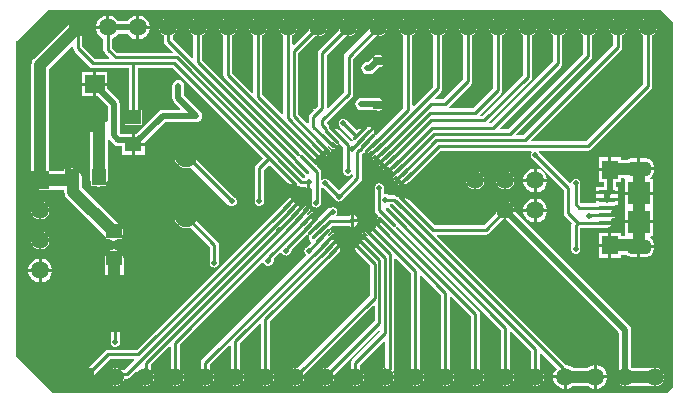
<source format=gtl>
G04*
G04 #@! TF.GenerationSoftware,Altium Limited,Altium Designer,22.6.1 (34)*
G04*
G04 Layer_Physical_Order=1*
G04 Layer_Color=255*
%FSLAX44Y44*%
%MOMM*%
G71*
G04*
G04 #@! TF.SameCoordinates,A72CB605-F9DB-4195-8002-294397CB98EC*
G04*
G04*
G04 #@! TF.FilePolarity,Positive*
G04*
G01*
G75*
%ADD16C,0.2540*%
%ADD17R,1.0000X0.7000*%
%ADD18R,1.6510X1.5240*%
G04:AMPARAMS|DCode=19|XSize=0.28mm|YSize=1.56mm|CornerRadius=0.07mm|HoleSize=0mm|Usage=FLASHONLY|Rotation=45.000|XOffset=0mm|YOffset=0mm|HoleType=Round|Shape=RoundedRectangle|*
%AMROUNDEDRECTD19*
21,1,0.2800,1.4200,0,0,45.0*
21,1,0.1400,1.5600,0,0,45.0*
1,1,0.1400,0.5515,-0.4526*
1,1,0.1400,0.4526,-0.5515*
1,1,0.1400,-0.5515,0.4526*
1,1,0.1400,-0.4526,0.5515*
%
%ADD19ROUNDEDRECTD19*%
G04:AMPARAMS|DCode=20|XSize=0.28mm|YSize=1.56mm|CornerRadius=0.07mm|HoleSize=0mm|Usage=FLASHONLY|Rotation=135.000|XOffset=0mm|YOffset=0mm|HoleType=Round|Shape=RoundedRectangle|*
%AMROUNDEDRECTD20*
21,1,0.2800,1.4200,0,0,135.0*
21,1,0.1400,1.5600,0,0,135.0*
1,1,0.1400,0.4526,0.5515*
1,1,0.1400,0.5515,0.4526*
1,1,0.1400,-0.4526,-0.5515*
1,1,0.1400,-0.5515,-0.4526*
%
%ADD20ROUNDEDRECTD20*%
%ADD21R,1.3970X1.2700*%
%ADD22R,1.2700X1.3970*%
%ADD23R,1.3500X0.4000*%
%ADD24R,1.4000X1.6000*%
%ADD40R,1.9000X1.9000*%
%ADD41C,0.5080*%
%ADD42C,1.0160*%
%ADD43C,1.9050*%
%ADD44C,1.5000*%
%ADD45R,1.5000X1.5000*%
G04:AMPARAMS|DCode=46|XSize=2mm|YSize=1.2mm|CornerRadius=0.36mm|HoleSize=0mm|Usage=FLASHONLY|Rotation=180.000|XOffset=0mm|YOffset=0mm|HoleType=Round|Shape=RoundedRectangle|*
%AMROUNDEDRECTD46*
21,1,2.0000,0.4800,0,0,180.0*
21,1,1.2800,1.2000,0,0,180.0*
1,1,0.7200,-0.6400,0.2400*
1,1,0.7200,0.6400,0.2400*
1,1,0.7200,0.6400,-0.2400*
1,1,0.7200,-0.6400,-0.2400*
%
%ADD46ROUNDEDRECTD46*%
%ADD47R,1.5000X1.5000*%
%ADD48C,0.5080*%
G36*
X999415Y1046141D02*
Y736939D01*
X994071Y731595D01*
X474049D01*
X443305Y762339D01*
Y772160D01*
Y1029675D01*
X443437Y1029763D01*
X470239Y1056565D01*
X988991D01*
X999415Y1046141D01*
D02*
G37*
%LPC*%
G36*
X544830Y1051440D02*
X544778D01*
X542225Y1050756D01*
X539935Y1049434D01*
X538066Y1047565D01*
X537497Y1046580D01*
X529303D01*
X528734Y1047565D01*
X526865Y1049434D01*
X524575Y1050756D01*
X522022Y1051440D01*
X521970D01*
Y1041400D01*
X520700D01*
Y1040130D01*
X510660D01*
Y1040078D01*
X511344Y1037525D01*
X512666Y1035235D01*
X514535Y1033366D01*
X516815Y1032050D01*
Y1022568D01*
X517111Y1021081D01*
X517953Y1019821D01*
X521796Y1015978D01*
X521310Y1014805D01*
X509609D01*
X499185Y1025229D01*
Y1033900D01*
X502800D01*
Y1039989D01*
X502986Y1041400D01*
X502800Y1042811D01*
Y1048900D01*
X496711D01*
X495300Y1049086D01*
X493889Y1048900D01*
X487800D01*
Y1044769D01*
X458115Y1015085D01*
X456894Y1013493D01*
X456126Y1011639D01*
X455864Y1009650D01*
Y911860D01*
X456050Y910449D01*
Y904360D01*
X462139D01*
X463550Y904174D01*
X483804D01*
Y902335D01*
X484066Y900346D01*
X484834Y898492D01*
X486055Y896900D01*
X518795Y864161D01*
Y862330D01*
X520903D01*
X521302Y862024D01*
X523156Y861256D01*
X525145Y860994D01*
X525780D01*
X527769Y861256D01*
X529623Y862024D01*
X530022Y862330D01*
X532765D01*
Y865631D01*
X533204Y866691D01*
X533466Y868680D01*
X533204Y870669D01*
X532765Y871729D01*
Y875030D01*
X530022D01*
X529623Y875336D01*
X529171Y875523D01*
X499176Y905519D01*
Y913130D01*
X499176Y913130D01*
X498914Y915119D01*
X498146Y916973D01*
X496925Y918565D01*
X496570Y918919D01*
Y921385D01*
X493269D01*
X492209Y921824D01*
X490220Y922086D01*
X488231Y921824D01*
X487171Y921385D01*
X483870D01*
Y919546D01*
X471236D01*
Y1006467D01*
X490242Y1025473D01*
X491415Y1024987D01*
Y1023620D01*
X491711Y1022133D01*
X492553Y1020873D01*
X505253Y1008173D01*
X506513Y1007331D01*
X508000Y1007035D01*
X538405D01*
Y971550D01*
X535305D01*
Y958850D01*
X549275D01*
Y971550D01*
X546175D01*
Y1007035D01*
X575450D01*
X651971Y930515D01*
X646223Y924767D01*
X645381Y923507D01*
X645085Y922020D01*
Y894080D01*
X645160Y893705D01*
Y893322D01*
X645306Y892969D01*
X645381Y892593D01*
X645594Y892275D01*
X645740Y891922D01*
X646011Y891651D01*
X646223Y891333D01*
X646541Y891121D01*
X646812Y890850D01*
X647165Y890704D01*
X647483Y890491D01*
X647859Y890416D01*
X648212Y890270D01*
X648595D01*
X648970Y890195D01*
X649345Y890270D01*
X649728D01*
X650081Y890416D01*
X650457Y890491D01*
X650775Y890704D01*
X651128Y890850D01*
X651399Y891121D01*
X651717Y891333D01*
X651929Y891651D01*
X652200Y891922D01*
X652346Y892275D01*
X652559Y892593D01*
X652634Y892969D01*
X652780Y893322D01*
Y893705D01*
X652855Y894080D01*
Y920411D01*
X657465Y925021D01*
X672151Y910335D01*
X673411Y909493D01*
X674898Y909197D01*
X676384Y909493D01*
X676409Y909509D01*
X678747Y907171D01*
X678887Y907030D01*
X678887D01*
X679423Y906808D01*
X679959Y907030D01*
X679959D01*
X680949Y908020D01*
X682149Y907599D01*
X683043Y907001D01*
X684530Y906705D01*
X687580D01*
X688002Y906283D01*
X689610Y905618D01*
Y910590D01*
X692150D01*
Y905618D01*
X692507Y905766D01*
X693563Y905060D01*
Y893914D01*
X693420Y893568D01*
Y893185D01*
X693345Y892810D01*
X693420Y892435D01*
Y892052D01*
X693566Y891699D01*
X693641Y891323D01*
X693854Y891005D01*
X694000Y890652D01*
X694271Y890381D01*
X694483Y890063D01*
X694801Y889851D01*
X695072Y889580D01*
X695425Y889434D01*
X695743Y889221D01*
X696119Y889146D01*
X696472Y889000D01*
X696855D01*
X697230Y888925D01*
X697605Y889000D01*
X697988D01*
X698341Y889146D01*
X698717Y889221D01*
X699035Y889434D01*
X699388Y889580D01*
X699659Y889851D01*
X699977Y890063D01*
X700195Y890281D01*
X700407Y890599D01*
X700460Y890652D01*
X700488Y890721D01*
X701037Y891541D01*
X701333Y893028D01*
Y905548D01*
X702603Y906074D01*
X713533Y895143D01*
X713851Y894931D01*
X714122Y894660D01*
X714475Y894514D01*
X714793Y894301D01*
X715169Y894226D01*
X715522Y894080D01*
X715905D01*
X716280Y894005D01*
X716655Y894080D01*
X717038D01*
X717391Y894226D01*
X717767Y894301D01*
X718085Y894514D01*
X718438Y894660D01*
X718709Y894931D01*
X719027Y895143D01*
X734793Y910909D01*
X735635Y912169D01*
X735931Y913656D01*
Y934639D01*
X736530Y935039D01*
X737369Y935878D01*
X738567Y936305D01*
X739557Y935315D01*
X740093Y935093D01*
X740629Y935315D01*
X743107Y937793D01*
X743132Y937777D01*
X744327Y937539D01*
X744565Y936344D01*
X744581Y936319D01*
X742243Y933981D01*
X742103Y933841D01*
Y933840D01*
X741881Y933305D01*
X742103Y932769D01*
Y932769D01*
X742243Y932629D01*
X743092Y931779D01*
X743628Y931557D01*
X744164Y931779D01*
X746643Y934258D01*
X746667Y934241D01*
X747863Y934004D01*
X748100Y932808D01*
X748117Y932784D01*
X745779Y930445D01*
X745638Y930305D01*
Y930305D01*
X745416Y929769D01*
X745638Y929234D01*
Y929234D01*
X745778Y929093D01*
X746628Y928244D01*
X747164Y928022D01*
X747700Y928244D01*
X750178Y930722D01*
X750203Y930706D01*
X751398Y930468D01*
X751636Y929273D01*
X751652Y929248D01*
X749314Y926910D01*
X749174Y926770D01*
Y926769D01*
X748952Y926234D01*
X749174Y925698D01*
Y925698D01*
X749314Y925558D01*
X750164Y924708D01*
X750699Y924486D01*
X751235Y924708D01*
X753714Y927187D01*
X753738Y927170D01*
X754934Y926933D01*
X755171Y925737D01*
X755188Y925713D01*
X752850Y923374D01*
X752709Y923234D01*
Y923234D01*
X752487Y922698D01*
X752709Y922163D01*
Y922162D01*
X752849Y922022D01*
X753699Y921173D01*
X754235Y920951D01*
X754771Y921173D01*
X757249Y923651D01*
X757274Y923635D01*
X758469Y923397D01*
X758707Y922202D01*
X758723Y922177D01*
X756385Y919839D01*
X756245Y919698D01*
Y919698D01*
X756023Y919163D01*
X756245Y918627D01*
Y918627D01*
X756385Y918487D01*
X757235Y917637D01*
X757770Y917415D01*
X758306Y917637D01*
X760785Y920116D01*
X760809Y920099D01*
X762005Y919862D01*
X762243Y918666D01*
X762259Y918642D01*
X759921Y916303D01*
X759780Y916163D01*
Y916163D01*
X759558Y915627D01*
X759780Y915092D01*
Y915091D01*
X759921Y914951D01*
X760770Y914101D01*
X761306Y913880D01*
X761842Y914101D01*
X764320Y916580D01*
X764345Y916564D01*
X765540Y916326D01*
X765778Y915131D01*
X765794Y915106D01*
X763456Y912768D01*
X763316Y912627D01*
Y912627D01*
X763094Y912092D01*
X763316Y911556D01*
Y911556D01*
X763456Y911416D01*
X764306Y910566D01*
X764842Y910344D01*
X765377Y910566D01*
X767856Y913045D01*
X767880Y913028D01*
X769076Y912790D01*
X769314Y911595D01*
X769330Y911571D01*
X766992Y909232D01*
X766851Y909092D01*
Y909092D01*
X766629Y908556D01*
X766851Y908021D01*
Y908020D01*
X766992Y907880D01*
X767841Y907030D01*
X768377Y906808D01*
X768913Y907030D01*
X771391Y909509D01*
X771416Y909493D01*
X772903Y909197D01*
X774389Y909493D01*
X775649Y910335D01*
X802500Y937185D01*
X879153D01*
X879371Y936897D01*
X879715Y935915D01*
X879691Y935879D01*
X879420Y935608D01*
X879274Y935255D01*
X879061Y934937D01*
X878986Y934561D01*
X878840Y934208D01*
Y933825D01*
X878765Y933450D01*
X878840Y933075D01*
Y932692D01*
X878986Y932339D01*
X879061Y931963D01*
X879274Y931645D01*
X879420Y931292D01*
X879691Y931021D01*
X879903Y930703D01*
X906705Y903901D01*
Y883920D01*
X907001Y882433D01*
X907843Y881173D01*
X913371Y875646D01*
X913351Y875617D01*
X913055Y874130D01*
Y853440D01*
X913130Y853065D01*
Y852682D01*
X913276Y852329D01*
X913351Y851953D01*
X913564Y851635D01*
X913710Y851282D01*
X913981Y851011D01*
X914193Y850693D01*
X914511Y850481D01*
X914782Y850210D01*
X915135Y850064D01*
X915453Y849851D01*
X915829Y849776D01*
X916182Y849630D01*
X916565D01*
X916940Y849555D01*
X917315Y849630D01*
X917698D01*
X918051Y849776D01*
X918427Y849851D01*
X918745Y850064D01*
X919098Y850210D01*
X919369Y850481D01*
X919687Y850693D01*
X919899Y851011D01*
X920170Y851282D01*
X920316Y851635D01*
X920529Y851953D01*
X920604Y852329D01*
X920750Y852682D01*
Y853065D01*
X920825Y853440D01*
Y871965D01*
X943610D01*
X945097Y872261D01*
X946357Y873103D01*
X946856Y873850D01*
X950360D01*
Y877850D01*
X946856D01*
X946357Y878597D01*
Y879287D01*
X947318Y880350D01*
X950360D01*
Y884350D01*
X946856D01*
X946357Y885097D01*
Y885787D01*
X947318Y886850D01*
X950360D01*
Y890810D01*
X952900D01*
Y894080D01*
X943610D01*
X934320D01*
Y892735D01*
X921239D01*
X920825Y893149D01*
Y909320D01*
X920750Y909695D01*
Y910078D01*
X920604Y910431D01*
X920529Y910807D01*
X920316Y911125D01*
X920170Y911478D01*
X919899Y911749D01*
X919687Y912067D01*
X919369Y912279D01*
X919098Y912550D01*
X918745Y912696D01*
X918427Y912909D01*
X918051Y912984D01*
X917698Y913130D01*
X917315D01*
X916940Y913205D01*
X916565Y913130D01*
X916182D01*
X915829Y912984D01*
X915453Y912909D01*
X915135Y912696D01*
X914782Y912550D01*
X914511Y912279D01*
X914193Y912067D01*
X913981Y911749D01*
X913710Y911478D01*
X913564Y911125D01*
X913351Y910807D01*
X913276Y910431D01*
X913183Y910207D01*
X912592Y909932D01*
X911904Y909746D01*
X911846Y909748D01*
X885678Y935915D01*
X886027Y937026D01*
X886148Y937185D01*
X927100D01*
X928587Y937481D01*
X929847Y938323D01*
X980647Y989123D01*
X981489Y990383D01*
X981785Y991870D01*
Y1034983D01*
X982505Y1035398D01*
X983902Y1036795D01*
X984889Y1038505D01*
X985400Y1040413D01*
Y1042387D01*
X984889Y1044295D01*
X983902Y1046005D01*
X982505Y1047402D01*
X980795Y1048389D01*
X978887Y1048900D01*
X976913D01*
X975005Y1048389D01*
X973295Y1047402D01*
X971898Y1046005D01*
X970911Y1044295D01*
X970400Y1042387D01*
Y1040413D01*
X970911Y1038505D01*
X971898Y1036795D01*
X973295Y1035398D01*
X974015Y1034983D01*
Y993479D01*
X925491Y944955D01*
X879718D01*
X879232Y946128D01*
X955247Y1022143D01*
X956089Y1023403D01*
X956385Y1024890D01*
Y1034983D01*
X957105Y1035398D01*
X958502Y1036795D01*
X959489Y1038505D01*
X960000Y1040413D01*
Y1042387D01*
X959489Y1044295D01*
X958502Y1046005D01*
X957105Y1047402D01*
X955395Y1048389D01*
X953487Y1048900D01*
X951513D01*
X949605Y1048389D01*
X947895Y1047402D01*
X946498Y1046005D01*
X945511Y1044295D01*
X945000Y1042387D01*
Y1040413D01*
X945511Y1038505D01*
X946498Y1036795D01*
X947895Y1035398D01*
X948615Y1034983D01*
Y1026499D01*
X872151Y950035D01*
X867018D01*
X866532Y951208D01*
X929847Y1014523D01*
X930689Y1015783D01*
X930985Y1017270D01*
Y1034983D01*
X931705Y1035398D01*
X933102Y1036795D01*
X934089Y1038505D01*
X934600Y1040413D01*
Y1042387D01*
X934089Y1044295D01*
X933102Y1046005D01*
X931705Y1047402D01*
X929995Y1048389D01*
X928087Y1048900D01*
X926113D01*
X924205Y1048389D01*
X922495Y1047402D01*
X921098Y1046005D01*
X920111Y1044295D01*
X919600Y1042387D01*
Y1040413D01*
X920111Y1038505D01*
X921098Y1036795D01*
X922495Y1035398D01*
X923215Y1034983D01*
Y1018879D01*
X859451Y955115D01*
X853048D01*
X852562Y956288D01*
X904447Y1008173D01*
X905289Y1009434D01*
X905585Y1010920D01*
Y1034983D01*
X906305Y1035398D01*
X907701Y1036795D01*
X908689Y1038505D01*
X909200Y1040413D01*
Y1042387D01*
X908689Y1044295D01*
X907701Y1046005D01*
X906305Y1047402D01*
X904595Y1048389D01*
X902688Y1048900D01*
X900713D01*
X898805Y1048389D01*
X897095Y1047402D01*
X895699Y1046005D01*
X894711Y1044295D01*
X894200Y1042387D01*
Y1040413D01*
X894711Y1038505D01*
X895699Y1036795D01*
X897095Y1035398D01*
X897815Y1034983D01*
Y1012529D01*
X845481Y960195D01*
X844158D01*
X843672Y961368D01*
X879047Y996743D01*
X879889Y998003D01*
X880185Y999490D01*
Y1034983D01*
X880905Y1035398D01*
X882301Y1036795D01*
X883289Y1038505D01*
X883800Y1040413D01*
Y1042387D01*
X883289Y1044295D01*
X882301Y1046005D01*
X880905Y1047402D01*
X879195Y1048389D01*
X877287Y1048900D01*
X875313D01*
X873405Y1048389D01*
X871695Y1047402D01*
X870298Y1046005D01*
X869311Y1044295D01*
X868800Y1042387D01*
Y1040413D01*
X869311Y1038505D01*
X870298Y1036795D01*
X871695Y1035398D01*
X872415Y1034983D01*
Y1001099D01*
X837861Y966545D01*
X836538D01*
X836052Y967718D01*
X853647Y985313D01*
X854489Y986573D01*
X854785Y988060D01*
Y1034983D01*
X855505Y1035398D01*
X856901Y1036795D01*
X857889Y1038505D01*
X858400Y1040413D01*
Y1042387D01*
X857889Y1044295D01*
X856901Y1046005D01*
X855505Y1047402D01*
X853795Y1048389D01*
X851887Y1048900D01*
X849913D01*
X848005Y1048389D01*
X846295Y1047402D01*
X844899Y1046005D01*
X843911Y1044295D01*
X843400Y1042387D01*
Y1040413D01*
X843911Y1038505D01*
X844899Y1036795D01*
X846295Y1035398D01*
X847015Y1034983D01*
Y989669D01*
X830241Y972895D01*
X809948D01*
X809827Y973054D01*
X809478Y974165D01*
X828247Y992933D01*
X829089Y994193D01*
X829385Y995680D01*
Y1034983D01*
X830105Y1035398D01*
X831501Y1036795D01*
X832489Y1038505D01*
X833000Y1040413D01*
Y1042387D01*
X832489Y1044295D01*
X831501Y1046005D01*
X830105Y1047402D01*
X828395Y1048389D01*
X826487Y1048900D01*
X824513D01*
X822605Y1048389D01*
X820895Y1047402D01*
X819499Y1046005D01*
X818511Y1044295D01*
X818000Y1042387D01*
Y1040413D01*
X818511Y1038505D01*
X819499Y1036795D01*
X820895Y1035398D01*
X821615Y1034983D01*
Y997289D01*
X804841Y980515D01*
X797991D01*
X797505Y981688D01*
X802847Y987030D01*
X803689Y988290D01*
X803985Y989777D01*
Y1034983D01*
X804705Y1035398D01*
X806102Y1036795D01*
X807089Y1038505D01*
X807600Y1040413D01*
Y1042387D01*
X807089Y1044295D01*
X806102Y1046005D01*
X804705Y1047402D01*
X802995Y1048389D01*
X801087Y1048900D01*
X799113D01*
X797205Y1048389D01*
X795495Y1047402D01*
X794099Y1046005D01*
X793111Y1044295D01*
X792600Y1042387D01*
Y1040413D01*
X793111Y1038505D01*
X794099Y1036795D01*
X795495Y1035398D01*
X796215Y1034983D01*
Y991386D01*
X779758Y974928D01*
X778585Y975414D01*
Y1034983D01*
X779305Y1035398D01*
X780702Y1036795D01*
X781689Y1038505D01*
X782200Y1040413D01*
Y1042387D01*
X781689Y1044295D01*
X780702Y1046005D01*
X779305Y1047402D01*
X777595Y1048389D01*
X775687Y1048900D01*
X773713D01*
X771805Y1048389D01*
X770095Y1047402D01*
X768699Y1046005D01*
X767711Y1044295D01*
X767200Y1042387D01*
Y1040413D01*
X767711Y1038505D01*
X768699Y1036795D01*
X770095Y1035398D01*
X770815Y1034983D01*
Y973057D01*
X747624Y949865D01*
X747134Y949963D01*
X746144Y950953D01*
X745979Y951496D01*
X746115Y951698D01*
X746366Y952962D01*
X746115Y954227D01*
X745721Y954815D01*
X739367Y948461D01*
X738262Y947722D01*
X736759Y949225D01*
X736759D01*
X737201Y949887D01*
X743925Y956611D01*
X743337Y957004D01*
X742073Y957256D01*
X740808Y957004D01*
X740606Y956869D01*
X740063Y957034D01*
X739073Y958024D01*
X738537Y958246D01*
X738001Y958024D01*
X735523Y955545D01*
X735498Y955561D01*
X734012Y955857D01*
X732525Y955561D01*
X731265Y954719D01*
X731125Y954579D01*
X722837Y962867D01*
X722519Y963079D01*
X722248Y963350D01*
X721895Y963496D01*
X721577Y963709D01*
X721201Y963784D01*
X720848Y963930D01*
X720465D01*
X720090Y964005D01*
X719715Y963930D01*
X719332D01*
X718979Y963784D01*
X718603Y963709D01*
X718285Y963496D01*
X717932Y963350D01*
X717661Y963079D01*
X717343Y962867D01*
X717131Y962549D01*
X716860Y962278D01*
X716714Y961925D01*
X716501Y961607D01*
X716426Y961231D01*
X716280Y960878D01*
Y960495D01*
X716205Y960120D01*
X716280Y959745D01*
Y959362D01*
X716426Y959009D01*
X716501Y958633D01*
X716714Y958315D01*
X716860Y957962D01*
X717131Y957691D01*
X717343Y957373D01*
X728286Y946431D01*
X728433Y945743D01*
X727782Y944932D01*
X726367Y944887D01*
X716535Y954719D01*
X715275Y955561D01*
X713788Y955857D01*
X712302Y955561D01*
X712277Y955545D01*
X709799Y958024D01*
X709263Y958246D01*
X708727Y958024D01*
X708568Y958039D01*
X708474Y958179D01*
X706195Y960459D01*
Y961051D01*
X727360Y982216D01*
X728202Y983476D01*
X728498Y984963D01*
Y1015104D01*
X747509Y1034115D01*
X748313Y1033900D01*
X750287D01*
X752195Y1034411D01*
X753905Y1035398D01*
X755302Y1036795D01*
X756289Y1038505D01*
X756800Y1040413D01*
Y1042387D01*
X756289Y1044295D01*
X755302Y1046005D01*
X753905Y1047402D01*
X752195Y1048389D01*
X750287Y1048900D01*
X748313D01*
X746405Y1048389D01*
X744695Y1047402D01*
X743298Y1046005D01*
X742311Y1044295D01*
X741800Y1042387D01*
Y1040413D01*
X742015Y1039609D01*
X721866Y1019460D01*
X721024Y1018199D01*
X720728Y1016713D01*
Y986572D01*
X707465Y973308D01*
X706195Y973834D01*
Y1018201D01*
X722109Y1034115D01*
X722913Y1033900D01*
X724887D01*
X726795Y1034411D01*
X728505Y1035398D01*
X729902Y1036795D01*
X730889Y1038505D01*
X731400Y1040413D01*
Y1042387D01*
X730889Y1044295D01*
X729902Y1046005D01*
X728505Y1047402D01*
X726795Y1048389D01*
X724887Y1048900D01*
X722913D01*
X721005Y1048389D01*
X719295Y1047402D01*
X717898Y1046005D01*
X716911Y1044295D01*
X716400Y1042387D01*
Y1040413D01*
X716615Y1039609D01*
X699563Y1022557D01*
X698721Y1021297D01*
X698425Y1019810D01*
Y974429D01*
X696327Y972331D01*
X695090Y972890D01*
X695090Y973481D01*
Y979410D01*
X685090D01*
Y972410D01*
X693931D01*
X694610Y972410D01*
X695169Y971173D01*
X691943Y967947D01*
X691101Y966687D01*
X690805Y965200D01*
Y960895D01*
X689632Y960409D01*
X682065Y967977D01*
Y1019471D01*
X696709Y1034115D01*
X697513Y1033900D01*
X699487D01*
X701395Y1034411D01*
X703105Y1035398D01*
X704501Y1036795D01*
X705489Y1038505D01*
X706000Y1040413D01*
Y1042387D01*
X705489Y1044295D01*
X704501Y1046005D01*
X703105Y1047402D01*
X701395Y1048389D01*
X699487Y1048900D01*
X697513D01*
X695605Y1048389D01*
X693895Y1047402D01*
X692498Y1046005D01*
X691511Y1044295D01*
X691000Y1042387D01*
Y1040413D01*
X691215Y1039609D01*
X678158Y1026552D01*
X676985Y1027038D01*
Y1034983D01*
X677705Y1035398D01*
X679101Y1036795D01*
X680089Y1038505D01*
X680600Y1040413D01*
Y1042387D01*
X680089Y1044295D01*
X679101Y1046005D01*
X677705Y1047402D01*
X675995Y1048389D01*
X674088Y1048900D01*
X672113D01*
X670205Y1048389D01*
X668495Y1047402D01*
X667099Y1046005D01*
X666111Y1044295D01*
X665600Y1042387D01*
Y1040413D01*
X666111Y1038505D01*
X667099Y1036795D01*
X668495Y1035398D01*
X669215Y1034983D01*
Y968343D01*
X668042Y967857D01*
X651585Y984315D01*
Y1034983D01*
X652305Y1035398D01*
X653701Y1036795D01*
X654689Y1038505D01*
X655200Y1040413D01*
Y1042387D01*
X654689Y1044295D01*
X653701Y1046005D01*
X652305Y1047402D01*
X650595Y1048389D01*
X648687Y1048900D01*
X646713D01*
X644805Y1048389D01*
X643095Y1047402D01*
X641699Y1046005D01*
X640711Y1044295D01*
X640200Y1042387D01*
Y1040413D01*
X640711Y1038505D01*
X641699Y1036795D01*
X643095Y1035398D01*
X643815Y1034983D01*
Y986672D01*
X642642Y986186D01*
X626185Y1002644D01*
Y1034983D01*
X626905Y1035398D01*
X628302Y1036795D01*
X629289Y1038505D01*
X629800Y1040413D01*
Y1042387D01*
X629289Y1044295D01*
X628302Y1046005D01*
X626905Y1047402D01*
X625195Y1048389D01*
X623287Y1048900D01*
X621313D01*
X619405Y1048389D01*
X617695Y1047402D01*
X616298Y1046005D01*
X615311Y1044295D01*
X614800Y1042387D01*
Y1040413D01*
X615311Y1038505D01*
X616298Y1036795D01*
X617695Y1035398D01*
X618415Y1034983D01*
Y1001034D01*
X618711Y999548D01*
X619553Y998288D01*
X683496Y934345D01*
X683492Y933702D01*
X682316Y932673D01*
X682009Y932689D01*
X681814Y932769D01*
X600785Y1013799D01*
Y1034983D01*
X601505Y1035398D01*
X602901Y1036795D01*
X603889Y1038505D01*
X604400Y1040413D01*
Y1042387D01*
X603889Y1044295D01*
X602901Y1046005D01*
X601505Y1047402D01*
X599795Y1048389D01*
X597887Y1048900D01*
X595913D01*
X594005Y1048389D01*
X592295Y1047402D01*
X590899Y1046005D01*
X589911Y1044295D01*
X589400Y1042387D01*
Y1040413D01*
X589911Y1038505D01*
X590899Y1036795D01*
X592295Y1035398D01*
X593015Y1034983D01*
Y1016259D01*
X591842Y1015773D01*
X575916Y1031699D01*
Y1035289D01*
X576105Y1035398D01*
X577501Y1036795D01*
X578489Y1038505D01*
X579000Y1040413D01*
Y1042387D01*
X578489Y1044295D01*
X577501Y1046005D01*
X576105Y1047402D01*
X574395Y1048389D01*
X572487Y1048900D01*
X570513D01*
X568605Y1048389D01*
X566895Y1047402D01*
X565499Y1046005D01*
X564511Y1044295D01*
X564000Y1042387D01*
Y1040413D01*
X564511Y1038505D01*
X565499Y1036795D01*
X566895Y1035398D01*
X568147Y1034676D01*
Y1030090D01*
X568442Y1028603D01*
X569284Y1027343D01*
X575570Y1021058D01*
X575084Y1019885D01*
X528877D01*
X524585Y1024177D01*
Y1032050D01*
X526865Y1033366D01*
X528734Y1035235D01*
X529303Y1036220D01*
X537497D01*
X538066Y1035235D01*
X539935Y1033366D01*
X542225Y1032044D01*
X544778Y1031360D01*
X544830D01*
Y1041400D01*
Y1051440D01*
D02*
G37*
G36*
X547422D02*
X547370D01*
Y1042670D01*
X556140D01*
Y1042722D01*
X555456Y1045275D01*
X554134Y1047565D01*
X552265Y1049434D01*
X549975Y1050756D01*
X547422Y1051440D01*
D02*
G37*
G36*
X519430D02*
X519378D01*
X516825Y1050756D01*
X514535Y1049434D01*
X512666Y1047565D01*
X511344Y1045275D01*
X510660Y1042722D01*
Y1042670D01*
X519430D01*
Y1051440D01*
D02*
G37*
G36*
X556140Y1040130D02*
X547370D01*
Y1031360D01*
X547422D01*
X549975Y1032044D01*
X552265Y1033366D01*
X554134Y1035235D01*
X555456Y1037525D01*
X556140Y1040078D01*
Y1040130D01*
D02*
G37*
G36*
X695090Y1016410D02*
X685090D01*
Y1009410D01*
X695090D01*
Y1016410D01*
D02*
G37*
G36*
X750090Y1018090D02*
X748590D01*
X746608Y1017695D01*
X744928Y1016572D01*
X740645Y1012290D01*
X740410D01*
X738428Y1011895D01*
X736748Y1010772D01*
X735625Y1009092D01*
X735230Y1007110D01*
X735625Y1005128D01*
X736748Y1003447D01*
X738428Y1002325D01*
X740410Y1001930D01*
X742790D01*
X744772Y1002325D01*
X746452Y1003447D01*
X750896Y1007891D01*
X752072Y1008125D01*
X753753Y1009248D01*
X753861Y1009410D01*
X755090D01*
Y1012007D01*
X755269Y1012910D01*
X755090Y1013813D01*
Y1016410D01*
X753861D01*
X753753Y1016572D01*
X752072Y1017695D01*
X750090Y1018090D01*
D02*
G37*
G36*
X520319Y1003300D02*
X510794D01*
Y994410D01*
X520319D01*
Y1003300D01*
D02*
G37*
G36*
X508254D02*
X498729D01*
Y994410D01*
X508254D01*
Y1003300D01*
D02*
G37*
G36*
Y991870D02*
X498729D01*
Y982980D01*
X508254D01*
Y991870D01*
D02*
G37*
G36*
X749370Y981809D02*
X735330D01*
X733348Y981415D01*
X731667Y980293D01*
X730545Y978612D01*
X730151Y976630D01*
X730545Y974648D01*
X731667Y972968D01*
X733348Y971845D01*
X735330Y971451D01*
X747620D01*
X748108Y971125D01*
X750090Y970731D01*
X752072Y971125D01*
X753753Y972247D01*
X753861Y972410D01*
X755090D01*
Y975007D01*
X755269Y975910D01*
X755090Y976813D01*
Y979410D01*
X753861D01*
X753753Y979573D01*
X753033Y980293D01*
X751352Y981415D01*
X749370Y981809D01*
D02*
G37*
G36*
X520319Y991870D02*
X510794D01*
Y982980D01*
X512359D01*
X520601Y974739D01*
Y962002D01*
X519330Y961571D01*
X518515Y962634D01*
X518515Y962634D01*
X517779Y963369D01*
Y967740D01*
X510658D01*
X510159Y967806D01*
X509524D01*
X509025Y967740D01*
X501269D01*
Y952500D01*
X505394D01*
Y914400D01*
X505656Y912411D01*
X506424Y910557D01*
X506730Y910158D01*
Y907415D01*
X510031D01*
X511091Y906976D01*
X513080Y906714D01*
X515069Y906976D01*
X516129Y907415D01*
X519430D01*
Y910158D01*
X519736Y910557D01*
X520504Y912411D01*
X520766Y914400D01*
Y946035D01*
X522036Y946420D01*
X522118Y946298D01*
X525928Y942487D01*
X527608Y941365D01*
X529590Y940971D01*
X532765D01*
Y933450D01*
X541020D01*
Y942340D01*
Y951230D01*
X538980D01*
X538480Y951329D01*
X531735D01*
X530960Y952105D01*
Y976884D01*
X530960Y976884D01*
X530565Y978866D01*
X529442Y980546D01*
X520319Y989670D01*
Y991870D01*
D02*
G37*
G36*
X580390Y997049D02*
X579890Y996950D01*
X579380D01*
X578908Y996755D01*
X578408Y996655D01*
X577984Y996372D01*
X577512Y996177D01*
X577152Y995816D01*
X576727Y995533D01*
X576444Y995108D01*
X576083Y994748D01*
X575888Y994276D01*
X575605Y993852D01*
X575505Y993352D01*
X575310Y992880D01*
Y992370D01*
X575210Y991870D01*
Y981710D01*
X575605Y979728D01*
X576727Y978047D01*
X581952Y972823D01*
X581466Y971649D01*
X567055D01*
X565073Y971255D01*
X563392Y970133D01*
X544490Y951230D01*
X543560D01*
Y943610D01*
X551815D01*
Y943905D01*
X569200Y961291D01*
X595630D01*
X596130Y961390D01*
X596641D01*
X597112Y961585D01*
X597612Y961685D01*
X598036Y961968D01*
X598508Y962163D01*
X598868Y962524D01*
X599292Y962807D01*
X599576Y963232D01*
X599937Y963592D01*
X600132Y964064D01*
X600415Y964488D01*
X600515Y964988D01*
X600710Y965460D01*
Y965970D01*
X600810Y966470D01*
X600710Y966970D01*
Y967480D01*
X600515Y967952D01*
X600415Y968452D01*
X600132Y968876D01*
X599937Y969348D01*
X599576Y969708D01*
X599292Y970133D01*
X585569Y983855D01*
Y991870D01*
X585470Y992370D01*
Y992880D01*
X585275Y993352D01*
X585175Y993852D01*
X584892Y994276D01*
X584697Y994748D01*
X584336Y995108D01*
X584053Y995533D01*
X583628Y995816D01*
X583268Y996177D01*
X582796Y996372D01*
X582372Y996655D01*
X581872Y996755D01*
X581400Y996950D01*
X580890D01*
X580390Y997049D01*
D02*
G37*
G36*
X551815Y941070D02*
X543560D01*
Y933450D01*
X551815D01*
Y941070D01*
D02*
G37*
G36*
X976760Y930510D02*
X971630D01*
Y923120D01*
X983020D01*
Y924250D01*
X982544Y926646D01*
X981187Y928677D01*
X979156Y930034D01*
X976760Y930510D01*
D02*
G37*
G36*
X944590Y931390D02*
X936320D01*
Y922120D01*
X944590D01*
Y931390D01*
D02*
G37*
G36*
X883972Y921900D02*
X883920D01*
Y913130D01*
X892690D01*
Y913182D01*
X892006Y915735D01*
X890684Y918025D01*
X888815Y919894D01*
X886525Y921216D01*
X883972Y921900D01*
D02*
G37*
G36*
X881380D02*
X881328D01*
X878775Y921216D01*
X876485Y919894D01*
X874616Y918025D01*
X873294Y915735D01*
X872610Y913182D01*
Y913130D01*
X881380D01*
Y921900D01*
D02*
G37*
G36*
X858237Y919360D02*
X856263D01*
X854355Y918849D01*
X852645Y917861D01*
X851248Y916465D01*
X850261Y914755D01*
X849750Y912847D01*
Y910873D01*
X850261Y908965D01*
X851248Y907255D01*
X852645Y905859D01*
X854355Y904871D01*
X856263Y904360D01*
X858237D01*
X860145Y904871D01*
X861855Y905859D01*
X863251Y907255D01*
X864239Y908965D01*
X864750Y910873D01*
Y912847D01*
X864239Y914755D01*
X863251Y916465D01*
X861855Y917861D01*
X860145Y918849D01*
X858237Y919360D01*
D02*
G37*
G36*
X832837D02*
X830863D01*
X828955Y918849D01*
X827245Y917861D01*
X825848Y916465D01*
X824861Y914755D01*
X824350Y912847D01*
Y910873D01*
X824861Y908965D01*
X825848Y907255D01*
X827245Y905859D01*
X828955Y904871D01*
X830863Y904360D01*
X832837D01*
X834745Y904871D01*
X836455Y905859D01*
X837851Y907255D01*
X838839Y908965D01*
X839350Y910873D01*
Y912847D01*
X838839Y914755D01*
X837851Y916465D01*
X836455Y917861D01*
X834745Y918849D01*
X832837Y919360D01*
D02*
G37*
G36*
X955400Y931390D02*
X947130D01*
Y920850D01*
X945860D01*
Y919580D01*
X936320D01*
Y910310D01*
X940680D01*
Y906390D01*
X934320D01*
Y903120D01*
X943610D01*
X952900D01*
Y906390D01*
X951040D01*
Y910310D01*
X955400D01*
Y913664D01*
X957371D01*
X958320Y912890D01*
Y902120D01*
X970360D01*
X982400D01*
Y912890D01*
X980280D01*
X979895Y914160D01*
X981187Y915023D01*
X982544Y917054D01*
X983020Y919450D01*
Y920580D01*
X970360D01*
Y921850D01*
X969090D01*
Y930510D01*
X963960D01*
X961564Y930034D01*
X960071Y929036D01*
X955400D01*
Y931390D01*
D02*
G37*
G36*
X892690Y910590D02*
X883920D01*
Y901820D01*
X883972D01*
X886525Y902504D01*
X888815Y903826D01*
X890684Y905695D01*
X892006Y907985D01*
X892690Y910538D01*
Y910590D01*
D02*
G37*
G36*
X881380D02*
X872610D01*
Y910538D01*
X873294Y907985D01*
X874616Y905695D01*
X876485Y903826D01*
X878775Y902504D01*
X881328Y901820D01*
X881380D01*
Y910590D01*
D02*
G37*
G36*
X952900Y900580D02*
X943610D01*
X934320D01*
Y897310D01*
Y896620D01*
X943610D01*
X952900D01*
Y897310D01*
Y900580D01*
D02*
G37*
G36*
X679423Y899131D02*
X678887Y898910D01*
X676409Y896431D01*
X676384Y896447D01*
X674898Y896743D01*
X673411Y896447D01*
X672151Y895605D01*
X544970Y768425D01*
X520700D01*
X519213Y768129D01*
X517953Y767287D01*
X503656Y752990D01*
X494150D01*
Y737990D01*
X509150D01*
Y747496D01*
X522309Y760655D01*
X542612D01*
X543098Y759482D01*
X535375Y751759D01*
X531192D01*
X529945Y752479D01*
X528037Y752990D01*
X526063D01*
X524155Y752479D01*
X522445Y751491D01*
X521049Y750095D01*
X520061Y748385D01*
X519550Y746477D01*
Y744503D01*
X520061Y742595D01*
X521049Y740885D01*
X522445Y739489D01*
X524155Y738501D01*
X526063Y737990D01*
X528037D01*
X529945Y738501D01*
X531655Y739489D01*
X533051Y740885D01*
X534039Y742595D01*
X534412Y743989D01*
X536984D01*
X538471Y744285D01*
X539731Y745127D01*
X545518Y750914D01*
X546449Y750095D01*
X545461Y748385D01*
X544950Y746477D01*
Y744503D01*
X545461Y742595D01*
X546449Y740885D01*
X547845Y739489D01*
X549555Y738501D01*
X551463Y737990D01*
X553437D01*
X555345Y738501D01*
X557055Y739489D01*
X558451Y740885D01*
X559439Y742595D01*
X559950Y744503D01*
Y746477D01*
X559439Y748385D01*
X558451Y750095D01*
X557055Y751491D01*
X556902Y751580D01*
Y755878D01*
X572792Y771768D01*
X573965Y771282D01*
Y751907D01*
X573245Y751491D01*
X571848Y750095D01*
X570861Y748385D01*
X570350Y746477D01*
Y744503D01*
X570861Y742595D01*
X571848Y740885D01*
X573245Y739489D01*
X574955Y738501D01*
X576862Y737990D01*
X578837D01*
X580745Y738501D01*
X582455Y739489D01*
X583851Y740885D01*
X584839Y742595D01*
X585350Y744503D01*
Y746477D01*
X584839Y748385D01*
X583851Y750095D01*
X582455Y751491D01*
X581735Y751907D01*
Y772989D01*
X651510Y842764D01*
X652088Y842654D01*
X652863Y842321D01*
X652926Y842169D01*
X653001Y841793D01*
X653214Y841475D01*
X653360Y841122D01*
X653631Y840851D01*
X653843Y840533D01*
X654161Y840321D01*
X654432Y840050D01*
X654785Y839904D01*
X655103Y839691D01*
X655479Y839616D01*
X655832Y839470D01*
X656215D01*
X656590Y839395D01*
X656965Y839470D01*
X657348D01*
X657701Y839616D01*
X658077Y839691D01*
X658395Y839904D01*
X658748Y840050D01*
X659019Y840321D01*
X659337Y840533D01*
X659823Y841019D01*
X660665Y842279D01*
X660961Y843766D01*
Y845144D01*
X666847Y851030D01*
X667338Y851040D01*
X668237Y850685D01*
X668263Y850650D01*
X668454Y850365D01*
X668600Y850012D01*
X668871Y849741D01*
X669083Y849423D01*
X669401Y849211D01*
X669672Y848940D01*
X670025Y848794D01*
X670343Y848581D01*
X670719Y848506D01*
X671072Y848360D01*
X671455D01*
X671830Y848285D01*
X672205Y848360D01*
X672588D01*
X672941Y848506D01*
X673317Y848581D01*
X673635Y848794D01*
X673988Y848940D01*
X674259Y849211D01*
X674577Y849423D01*
X675063Y849909D01*
X675905Y851169D01*
X676201Y852656D01*
Y853312D01*
X689570Y866681D01*
X690060Y866584D01*
X691049Y865594D01*
X691214Y865051D01*
X691079Y864848D01*
X690827Y863584D01*
X691079Y862320D01*
X691795Y861248D01*
X692206Y860837D01*
X692338Y859173D01*
X688133Y854968D01*
X687818Y854496D01*
X687650Y854328D01*
X687559Y854109D01*
X687291Y853708D01*
X687197Y853234D01*
X687070Y852928D01*
Y852597D01*
X686995Y852221D01*
Y852170D01*
X687070Y851795D01*
Y851412D01*
X687216Y851059D01*
X687291Y850683D01*
X687504Y850365D01*
X687650Y850012D01*
X687921Y849741D01*
X688133Y849423D01*
X688241Y848056D01*
X600503Y760318D01*
X599661Y759058D01*
X599365Y757571D01*
Y751907D01*
X598645Y751491D01*
X597248Y750095D01*
X596261Y748385D01*
X595750Y746477D01*
Y744503D01*
X596261Y742595D01*
X597248Y740885D01*
X598645Y739489D01*
X600355Y738501D01*
X602263Y737990D01*
X604237D01*
X606145Y738501D01*
X607855Y739489D01*
X609252Y740885D01*
X610239Y742595D01*
X610750Y744503D01*
Y746477D01*
X610239Y748385D01*
X609252Y750095D01*
X607855Y751491D01*
X607135Y751907D01*
Y755962D01*
X623592Y772420D01*
X624765Y771934D01*
Y751907D01*
X624045Y751491D01*
X622649Y750095D01*
X621661Y748385D01*
X621150Y746477D01*
Y744503D01*
X621661Y742595D01*
X622649Y740885D01*
X624045Y739489D01*
X625755Y738501D01*
X627663Y737990D01*
X629637D01*
X631545Y738501D01*
X633255Y739489D01*
X634651Y740885D01*
X635639Y742595D01*
X636150Y744503D01*
Y746477D01*
X635639Y748385D01*
X634651Y750095D01*
X633255Y751491D01*
X632535Y751907D01*
Y774291D01*
X648992Y790748D01*
X650165Y790262D01*
Y751907D01*
X649445Y751491D01*
X648048Y750095D01*
X647061Y748385D01*
X646550Y746477D01*
Y744503D01*
X647061Y742595D01*
X648048Y740885D01*
X649445Y739489D01*
X651155Y738501D01*
X653063Y737990D01*
X655037D01*
X656945Y738501D01*
X658655Y739489D01*
X660051Y740885D01*
X661039Y742595D01*
X661550Y744503D01*
Y746477D01*
X661039Y748385D01*
X660051Y750095D01*
X658655Y751491D01*
X657935Y751907D01*
Y792620D01*
X716535Y851221D01*
X717377Y852481D01*
X717673Y853968D01*
X717377Y855454D01*
X717361Y855479D01*
X719840Y857957D01*
X720061Y858493D01*
X719840Y859029D01*
X718850Y860019D01*
X718314Y860241D01*
X717778Y860019D01*
X715300Y857540D01*
X715275Y857557D01*
X714080Y857794D01*
X713842Y858990D01*
X713825Y859014D01*
X716164Y861352D01*
X716304Y861493D01*
Y861493D01*
X716526Y862029D01*
X716304Y862564D01*
Y862564D01*
X716164Y862704D01*
X715314Y863554D01*
X714778Y863776D01*
X714243Y863554D01*
X711764Y861076D01*
X711739Y861092D01*
X710544Y861330D01*
X710306Y862525D01*
X710290Y862550D01*
X712628Y864888D01*
X712769Y865028D01*
Y865029D01*
X712990Y865564D01*
X712769Y866100D01*
Y866100D01*
X712628Y866240D01*
X711778Y867090D01*
X711243Y867312D01*
X710707Y867090D01*
X708228Y864611D01*
X708204Y864628D01*
X707009Y864865D01*
X706771Y866061D01*
X706754Y866085D01*
X709093Y868423D01*
X709233Y868564D01*
Y868564D01*
X709455Y869100D01*
X709233Y869635D01*
Y869635D01*
X708847Y870021D01*
X708729Y871645D01*
X708779Y871749D01*
X710716Y873685D01*
X724410D01*
X724832Y873263D01*
X726440Y872598D01*
Y877570D01*
Y882542D01*
X724832Y881877D01*
X724410Y881455D01*
X714754D01*
X714448Y881829D01*
X714135Y882725D01*
X714159Y882761D01*
X714430Y883032D01*
X714576Y883385D01*
X714789Y883703D01*
X714864Y884079D01*
X715010Y884432D01*
Y884815D01*
X715085Y885190D01*
X715010Y885565D01*
Y885948D01*
X714864Y886301D01*
X714789Y886677D01*
X714576Y886995D01*
X714430Y887348D01*
X714159Y887619D01*
X713947Y887937D01*
X713629Y888149D01*
X713358Y888420D01*
X713005Y888566D01*
X712687Y888779D01*
X712311Y888854D01*
X711958Y889000D01*
X711575D01*
X711200Y889075D01*
X710825Y889000D01*
X710442D01*
X710089Y888854D01*
X709713Y888779D01*
X709429Y888589D01*
X709169D01*
X707683Y888293D01*
X706423Y887451D01*
X699116Y880145D01*
X698626Y880242D01*
X697636Y881232D01*
X697101Y881454D01*
X696565Y881232D01*
X694086Y878753D01*
X694062Y878770D01*
X692866Y879007D01*
X692629Y880203D01*
X692612Y880227D01*
X694950Y882566D01*
X695091Y882706D01*
Y882706D01*
X695313Y883242D01*
X695091Y883777D01*
Y883777D01*
X694951Y883918D01*
X694101Y884767D01*
X693565Y884989D01*
X693029Y884767D01*
X690551Y882289D01*
X690526Y882305D01*
X689331Y882543D01*
X689093Y883738D01*
X689077Y883763D01*
X691415Y886101D01*
X691555Y886242D01*
Y886242D01*
X691777Y886777D01*
X691555Y887313D01*
Y887313D01*
X691415Y887453D01*
X690565Y888303D01*
X690030Y888525D01*
X689494Y888303D01*
X687015Y885824D01*
X686991Y885841D01*
X685795Y886078D01*
X685557Y887274D01*
X685541Y887298D01*
X687879Y889637D01*
X688020Y889777D01*
Y889777D01*
X688242Y890313D01*
X688020Y890848D01*
Y890849D01*
X687879Y890989D01*
X687030Y891839D01*
X686494Y892060D01*
X685958Y891839D01*
X683480Y889360D01*
X683455Y889376D01*
X682260Y889614D01*
X682022Y890809D01*
X682006Y890834D01*
X684344Y893172D01*
X684484Y893313D01*
Y893313D01*
X684706Y893848D01*
X684484Y894384D01*
Y894384D01*
X684344Y894524D01*
X683494Y895374D01*
X682959Y895596D01*
X682423Y895374D01*
X679944Y892895D01*
X679920Y892912D01*
X678724Y893150D01*
X678486Y894345D01*
X678470Y894370D01*
X680949Y896848D01*
X681171Y897384D01*
X680949Y897920D01*
X679959Y898910D01*
X679423Y899131D01*
D02*
G37*
G36*
X587994Y941705D02*
X585486D01*
X583064Y941056D01*
X580891Y939802D01*
X579118Y938028D01*
X577864Y935856D01*
X577215Y933434D01*
Y930926D01*
X577864Y928503D01*
X579118Y926331D01*
X580891Y924558D01*
X583064Y923304D01*
X585486Y922655D01*
X587994D01*
X590416Y923304D01*
X590633Y923429D01*
X622728Y891333D01*
X623988Y890491D01*
X625475Y890195D01*
X626110D01*
X626485Y890270D01*
X626868D01*
X627221Y890416D01*
X627597Y890491D01*
X627915Y890704D01*
X628268Y890850D01*
X628539Y891121D01*
X628857Y891333D01*
X629069Y891651D01*
X629340Y891922D01*
X629486Y892275D01*
X629699Y892593D01*
X629774Y892969D01*
X629920Y893322D01*
Y893705D01*
X629995Y894080D01*
X629920Y894455D01*
Y894838D01*
X629774Y895191D01*
X629699Y895567D01*
X629486Y895885D01*
X629340Y896238D01*
X629069Y896509D01*
X628857Y896827D01*
X628539Y897039D01*
X628268Y897310D01*
X627915Y897456D01*
X627597Y897669D01*
X627326Y897723D01*
X595812Y929236D01*
X596265Y930926D01*
Y933434D01*
X595616Y935856D01*
X594362Y938028D01*
X592589Y939802D01*
X590416Y941056D01*
X587994Y941705D01*
D02*
G37*
G36*
X883972Y896500D02*
X883920D01*
Y887730D01*
X892690D01*
Y887782D01*
X892006Y890335D01*
X890684Y892625D01*
X888815Y894494D01*
X886525Y895816D01*
X883972Y896500D01*
D02*
G37*
G36*
X881380D02*
X881328D01*
X878775Y895816D01*
X876485Y894494D01*
X874616Y892625D01*
X873294Y890335D01*
X872610Y887782D01*
Y887730D01*
X881380D01*
Y896500D01*
D02*
G37*
G36*
X839350Y893960D02*
X824350D01*
Y878960D01*
X839350D01*
Y893960D01*
D02*
G37*
G36*
X464537D02*
X462563D01*
X460655Y893449D01*
X458945Y892461D01*
X457548Y891065D01*
X456561Y889355D01*
X456050Y887447D01*
Y885473D01*
X456561Y883565D01*
X457548Y881855D01*
X458945Y880459D01*
X460655Y879471D01*
X462563Y878960D01*
X464537D01*
X466445Y879471D01*
X468155Y880459D01*
X469552Y881855D01*
X470539Y883565D01*
X471050Y885473D01*
Y887447D01*
X470539Y889355D01*
X469552Y891065D01*
X468155Y892461D01*
X466445Y893449D01*
X464537Y893960D01*
D02*
G37*
G36*
X728980Y882542D02*
Y878840D01*
X732682D01*
X732017Y880448D01*
X730588Y881877D01*
X728980Y882542D01*
D02*
G37*
G36*
X982400Y899580D02*
X970360D01*
X958320D01*
Y888810D01*
Y878120D01*
X970360D01*
X982400D01*
Y888810D01*
Y899580D01*
D02*
G37*
G36*
X892690Y885190D02*
X883920D01*
Y876420D01*
X883972D01*
X886525Y877104D01*
X888815Y878426D01*
X890684Y880295D01*
X892006Y882585D01*
X892690Y885138D01*
Y885190D01*
D02*
G37*
G36*
X881380D02*
X872610D01*
Y885138D01*
X873294Y882585D01*
X874616Y880295D01*
X876485Y878426D01*
X878775Y877104D01*
X881328Y876420D01*
X881380D01*
Y885190D01*
D02*
G37*
G36*
X732682Y876300D02*
X728980D01*
Y872598D01*
X730588Y873263D01*
X732017Y874692D01*
X732682Y876300D01*
D02*
G37*
G36*
X982400Y875580D02*
X970360D01*
X958320D01*
Y864810D01*
X957164Y864536D01*
X955400D01*
Y867390D01*
X947130D01*
Y856850D01*
Y846310D01*
X955400D01*
Y849164D01*
X959439D01*
X959533Y849023D01*
X961564Y847666D01*
X963960Y847190D01*
X969090D01*
Y855850D01*
X970360D01*
Y857120D01*
X983020D01*
Y858250D01*
X982544Y860646D01*
X981187Y862677D01*
X979895Y863540D01*
X980280Y864810D01*
X982400D01*
Y875580D01*
D02*
G37*
G36*
X944590Y867390D02*
X936320D01*
Y858120D01*
X944590D01*
Y867390D01*
D02*
G37*
G36*
X464537Y868560D02*
X462563D01*
X460655Y868049D01*
X458945Y867061D01*
X457548Y865665D01*
X456561Y863955D01*
X456050Y862047D01*
Y860073D01*
X456561Y858165D01*
X457548Y856455D01*
X458945Y855059D01*
X460655Y854071D01*
X462563Y853560D01*
X464537D01*
X466445Y854071D01*
X468155Y855059D01*
X469552Y856455D01*
X470539Y858165D01*
X471050Y860073D01*
Y862047D01*
X470539Y863955D01*
X469552Y865665D01*
X468155Y867061D01*
X466445Y868049D01*
X464537Y868560D01*
D02*
G37*
G36*
X983020Y854580D02*
X971630D01*
Y847190D01*
X976760D01*
X979156Y847666D01*
X981187Y849023D01*
X982544Y851054D01*
X983020Y853450D01*
Y854580D01*
D02*
G37*
G36*
X944590Y855580D02*
X936320D01*
Y846310D01*
X944590D01*
Y855580D01*
D02*
G37*
G36*
X587994Y890905D02*
X585486D01*
X583064Y890256D01*
X580891Y889002D01*
X579118Y887228D01*
X577864Y885057D01*
X577215Y882634D01*
Y880126D01*
X577864Y877703D01*
X579118Y875531D01*
X580891Y873758D01*
X583064Y872504D01*
X585486Y871855D01*
X587994D01*
X590184Y872442D01*
X606985Y855641D01*
Y842010D01*
X607060Y841635D01*
Y841252D01*
X607206Y840899D01*
X607281Y840523D01*
X607494Y840205D01*
X607640Y839852D01*
X607911Y839581D01*
X608123Y839263D01*
X608441Y839051D01*
X608712Y838780D01*
X609065Y838634D01*
X609383Y838421D01*
X609759Y838346D01*
X610112Y838200D01*
X610495D01*
X610870Y838125D01*
X611245Y838200D01*
X611628D01*
X611981Y838346D01*
X612357Y838421D01*
X612675Y838634D01*
X613028Y838780D01*
X613299Y839051D01*
X613617Y839263D01*
X613829Y839581D01*
X614100Y839852D01*
X614246Y840205D01*
X614459Y840523D01*
X614534Y840899D01*
X614680Y841252D01*
Y841635D01*
X614755Y842010D01*
Y857250D01*
X614459Y858737D01*
X613617Y859997D01*
X595678Y877936D01*
X596265Y880126D01*
Y882634D01*
X595616Y885057D01*
X594362Y887228D01*
X592589Y889002D01*
X590416Y890256D01*
X587994Y890905D01*
D02*
G37*
G36*
X464872Y845700D02*
X464820D01*
Y836930D01*
X473590D01*
Y836982D01*
X472906Y839535D01*
X471584Y841825D01*
X469715Y843694D01*
X467425Y845016D01*
X464872Y845700D01*
D02*
G37*
G36*
X462280D02*
X462228D01*
X459675Y845016D01*
X457385Y843694D01*
X455516Y841825D01*
X454194Y839535D01*
X453510Y836982D01*
Y836930D01*
X462280D01*
Y845700D01*
D02*
G37*
G36*
X473590Y834390D02*
X464820D01*
Y825620D01*
X464872D01*
X467425Y826304D01*
X469715Y827626D01*
X471584Y829495D01*
X472906Y831785D01*
X473590Y834338D01*
Y834390D01*
D02*
G37*
G36*
X462280D02*
X453510D01*
Y834338D01*
X454194Y831785D01*
X455516Y829495D01*
X457385Y827626D01*
X459675Y826304D01*
X462228Y825620D01*
X462280D01*
Y834390D01*
D02*
G37*
G36*
X525780Y853506D02*
X523791Y853244D01*
X521937Y852476D01*
X521538Y852170D01*
X518795D01*
Y848869D01*
X518356Y847809D01*
X518094Y845820D01*
X518356Y843831D01*
X518602Y843237D01*
Y831850D01*
X518541D01*
Y816610D01*
X526297D01*
X526796Y816544D01*
X527295Y816610D01*
X535051D01*
Y831850D01*
X533974D01*
Y845312D01*
X533712Y847301D01*
X532944Y849155D01*
X532765Y849388D01*
Y852170D01*
X530022D01*
X529623Y852476D01*
X527769Y853244D01*
X525780Y853506D01*
D02*
G37*
G36*
X535051Y798830D02*
X518541D01*
Y783590D01*
X523165D01*
Y774700D01*
X523240Y774325D01*
Y773942D01*
X523386Y773589D01*
X523461Y773213D01*
X523674Y772895D01*
X523820Y772542D01*
X524091Y772271D01*
X524303Y771953D01*
X524621Y771741D01*
X524892Y771470D01*
X525245Y771324D01*
X525563Y771111D01*
X525939Y771036D01*
X526292Y770890D01*
X526675D01*
X527050Y770815D01*
X527425Y770890D01*
X527808D01*
X528161Y771036D01*
X528537Y771111D01*
X528855Y771324D01*
X529208Y771470D01*
X529479Y771741D01*
X529797Y771953D01*
X530009Y772271D01*
X530280Y772542D01*
X530426Y772895D01*
X530639Y773213D01*
X530714Y773589D01*
X530860Y773942D01*
Y774325D01*
X530935Y774700D01*
Y783590D01*
X535051D01*
Y798830D01*
D02*
G37*
G36*
X934772Y755530D02*
X934720D01*
Y746760D01*
X943490D01*
Y746812D01*
X942806Y749365D01*
X941484Y751655D01*
X939615Y753524D01*
X937325Y754846D01*
X934772Y755530D01*
D02*
G37*
G36*
X750570Y909395D02*
X750195Y909320D01*
X749812D01*
X749459Y909174D01*
X749083Y909099D01*
X748765Y908886D01*
X748412Y908740D01*
X748141Y908469D01*
X747823Y908257D01*
X747611Y907939D01*
X747340Y907668D01*
X747194Y907315D01*
X746981Y906997D01*
X746906Y906621D01*
X746760Y906268D01*
Y905885D01*
X746685Y905510D01*
Y886907D01*
X746981Y885420D01*
X747823Y884160D01*
X749681Y882302D01*
X749641Y880709D01*
X749314Y880382D01*
X749174Y880242D01*
Y880242D01*
X748952Y879706D01*
X749174Y879171D01*
Y879170D01*
X749314Y879030D01*
X751652Y876692D01*
X751636Y876667D01*
X751398Y875472D01*
X750203Y875234D01*
X750178Y875218D01*
X747700Y877696D01*
X747164Y877918D01*
X746628Y877696D01*
X745779Y876847D01*
X745638Y876706D01*
Y876706D01*
X745416Y876171D01*
X745638Y875635D01*
Y875635D01*
X745778Y875495D01*
X748117Y873156D01*
X748100Y873132D01*
X747863Y871936D01*
X746667Y871699D01*
X746643Y871682D01*
X744164Y874161D01*
X743628Y874383D01*
X743092Y874161D01*
X742243Y873311D01*
X742103Y873171D01*
Y873171D01*
X741881Y872635D01*
X742103Y872100D01*
Y872099D01*
X742243Y871959D01*
X744581Y869621D01*
X744565Y869596D01*
X744327Y868401D01*
X743132Y868163D01*
X743107Y868147D01*
X740629Y870625D01*
X740093Y870847D01*
X739557Y870625D01*
X738707Y869776D01*
X738567Y869635D01*
Y869635D01*
X738345Y869100D01*
X738567Y868564D01*
Y868564D01*
X738707Y868423D01*
X741046Y866085D01*
X741029Y866061D01*
X740791Y864865D01*
X739596Y864628D01*
X739572Y864611D01*
X737093Y867090D01*
X736557Y867312D01*
X736021Y867090D01*
X735172Y866240D01*
X735031Y866100D01*
Y866100D01*
X734810Y865564D01*
X735031Y865029D01*
Y865028D01*
X735172Y864888D01*
X737510Y862550D01*
X737494Y862525D01*
X737256Y861330D01*
X736061Y861092D01*
X736036Y861076D01*
X733557Y863554D01*
X733022Y863776D01*
X732486Y863554D01*
X731636Y862705D01*
X731496Y862564D01*
Y862564D01*
X731274Y862029D01*
X731496Y861493D01*
Y861493D01*
X731636Y861352D01*
X733975Y859014D01*
X733958Y858990D01*
X733720Y857794D01*
X732525Y857557D01*
X732501Y857540D01*
X730022Y860019D01*
X729486Y860241D01*
X728950Y860019D01*
X728101Y859169D01*
X727960Y859029D01*
Y859029D01*
X727738Y858493D01*
X727960Y857957D01*
Y857957D01*
X728101Y857817D01*
X730439Y855479D01*
X730423Y855454D01*
X730127Y853968D01*
X730423Y852481D01*
X731265Y851221D01*
X742698Y839788D01*
Y814231D01*
X681241Y752775D01*
X680437Y752990D01*
X678463D01*
X676555Y752479D01*
X674845Y751491D01*
X673448Y750095D01*
X672461Y748385D01*
X671950Y746477D01*
Y744503D01*
X672461Y742595D01*
X673448Y740885D01*
X674845Y739489D01*
X676555Y738501D01*
X678463Y737990D01*
X680437D01*
X682345Y738501D01*
X684055Y739489D01*
X685452Y740885D01*
X686439Y742595D01*
X686950Y744503D01*
Y746477D01*
X686735Y747281D01*
X745512Y806058D01*
X746685Y805572D01*
Y792819D01*
X706641Y752775D01*
X705837Y752990D01*
X703863D01*
X701955Y752479D01*
X700245Y751491D01*
X698848Y750095D01*
X697861Y748385D01*
X697350Y746477D01*
Y744503D01*
X697861Y742595D01*
X698848Y740885D01*
X700245Y739489D01*
X701955Y738501D01*
X703863Y737990D01*
X705837D01*
X707745Y738501D01*
X709455Y739489D01*
X710852Y740885D01*
X711839Y742595D01*
X712350Y744503D01*
Y746477D01*
X712135Y747281D01*
X750074Y785221D01*
X751413Y784763D01*
X751499Y784079D01*
X727503Y760083D01*
X726661Y758822D01*
X726365Y757336D01*
Y751907D01*
X725645Y751491D01*
X724249Y750095D01*
X723261Y748385D01*
X722750Y746477D01*
Y744503D01*
X723261Y742595D01*
X724249Y740885D01*
X725645Y739489D01*
X727355Y738501D01*
X729263Y737990D01*
X731237D01*
X733145Y738501D01*
X734855Y739489D01*
X736252Y740885D01*
X737239Y742595D01*
X737750Y744503D01*
Y746477D01*
X737239Y748385D01*
X736252Y750095D01*
X734855Y751491D01*
X734135Y751907D01*
Y755727D01*
X754402Y775994D01*
X755575Y775508D01*
Y754281D01*
X754146Y752852D01*
X752755Y752479D01*
X751045Y751491D01*
X749649Y750095D01*
X748661Y748385D01*
X748150Y746477D01*
Y744503D01*
X748661Y742595D01*
X749649Y740885D01*
X751045Y739489D01*
X752755Y738501D01*
X754663Y737990D01*
X756637D01*
X758545Y738501D01*
X760255Y739489D01*
X761652Y740885D01*
X762639Y742595D01*
X763150Y744503D01*
Y746477D01*
X762639Y748385D01*
X761917Y749635D01*
X762207Y749925D01*
X763049Y751185D01*
X763345Y752672D01*
Y845766D01*
X764518Y846252D01*
X777165Y833604D01*
Y751907D01*
X776445Y751491D01*
X775049Y750095D01*
X774061Y748385D01*
X773550Y746477D01*
Y744503D01*
X774061Y742595D01*
X775049Y740885D01*
X776445Y739489D01*
X778155Y738501D01*
X780063Y737990D01*
X782037D01*
X783945Y738501D01*
X785655Y739489D01*
X787051Y740885D01*
X788039Y742595D01*
X788550Y744503D01*
Y746477D01*
X788039Y748385D01*
X787051Y750095D01*
X785655Y751491D01*
X784935Y751907D01*
Y831247D01*
X786108Y831733D01*
X802565Y815275D01*
Y751907D01*
X801845Y751491D01*
X800448Y750095D01*
X799461Y748385D01*
X798950Y746477D01*
Y744503D01*
X799461Y742595D01*
X800448Y740885D01*
X801845Y739489D01*
X803555Y738501D01*
X805462Y737990D01*
X807437D01*
X809345Y738501D01*
X811055Y739489D01*
X812451Y740885D01*
X813439Y742595D01*
X813950Y744503D01*
Y746477D01*
X813439Y748385D01*
X812451Y750095D01*
X811055Y751491D01*
X810335Y751907D01*
Y812918D01*
X811508Y813404D01*
X827965Y796946D01*
Y751907D01*
X827245Y751491D01*
X825848Y750095D01*
X824861Y748385D01*
X824350Y746477D01*
Y744503D01*
X824861Y742595D01*
X825848Y740885D01*
X827245Y739489D01*
X828955Y738501D01*
X830863Y737990D01*
X832837D01*
X834745Y738501D01*
X836455Y739489D01*
X837851Y740885D01*
X838839Y742595D01*
X839350Y744503D01*
Y746477D01*
X838839Y748385D01*
X837851Y750095D01*
X836455Y751491D01*
X835735Y751907D01*
Y798556D01*
X835439Y800042D01*
X834597Y801302D01*
X764304Y871595D01*
X764340Y873008D01*
X764659Y873185D01*
X765882Y873172D01*
X853365Y785689D01*
Y751907D01*
X852645Y751491D01*
X851248Y750095D01*
X850261Y748385D01*
X849750Y746477D01*
Y744503D01*
X850261Y742595D01*
X851248Y740885D01*
X852645Y739489D01*
X854355Y738501D01*
X856263Y737990D01*
X858237D01*
X860145Y738501D01*
X861855Y739489D01*
X863251Y740885D01*
X864239Y742595D01*
X864750Y744503D01*
Y746477D01*
X864239Y748385D01*
X863251Y750095D01*
X861855Y751491D01*
X861135Y751907D01*
Y783331D01*
X862308Y783817D01*
X878765Y767360D01*
Y751907D01*
X878045Y751491D01*
X876648Y750095D01*
X875661Y748385D01*
X875150Y746477D01*
Y744503D01*
X875661Y742595D01*
X876648Y740885D01*
X878045Y739489D01*
X879755Y738501D01*
X881663Y737990D01*
X883637D01*
X885545Y738501D01*
X887255Y739489D01*
X888651Y740885D01*
X889639Y742595D01*
X890150Y744503D01*
Y746477D01*
X889639Y748385D01*
X888651Y750095D01*
X887255Y751491D01*
X886535Y751907D01*
Y765002D01*
X887708Y765488D01*
X900779Y752417D01*
X900016Y751655D01*
X898694Y749365D01*
X898010Y746812D01*
Y746760D01*
X908050D01*
Y745490D01*
X909320D01*
Y735450D01*
X909372D01*
X911925Y736134D01*
X914215Y737456D01*
X914563Y737804D01*
X926937D01*
X927285Y737456D01*
X929575Y736134D01*
X932128Y735450D01*
X932180D01*
Y745490D01*
Y755530D01*
X932128D01*
X929575Y754846D01*
X927285Y753524D01*
X926937Y753176D01*
X914563D01*
X914215Y753524D01*
X911925Y754846D01*
X909372Y755530D01*
X908574D01*
X908413Y755771D01*
X799292Y864892D01*
X799778Y866065D01*
X840740D01*
X842227Y866361D01*
X843487Y867203D01*
X855459Y879175D01*
X856263Y878960D01*
X857425D01*
X953671Y782715D01*
Y751120D01*
X953415Y750925D01*
X952194Y749333D01*
X951426Y747479D01*
X951164Y745490D01*
X951426Y743501D01*
X952194Y741647D01*
X953415Y740055D01*
X955007Y738834D01*
X956861Y738066D01*
X958850Y737804D01*
X984250D01*
X986239Y738066D01*
X988093Y738834D01*
X989685Y740055D01*
X990906Y741647D01*
X991674Y743501D01*
X991936Y745490D01*
X991674Y747479D01*
X990906Y749333D01*
X989685Y750925D01*
X988093Y752146D01*
X986239Y752914D01*
X984250Y753176D01*
X964029D01*
Y784860D01*
X963635Y786842D01*
X962513Y788522D01*
X864750Y886285D01*
Y887447D01*
X864239Y889355D01*
X863251Y891065D01*
X861855Y892461D01*
X860145Y893449D01*
X858237Y893960D01*
X856263D01*
X854355Y893449D01*
X852645Y892461D01*
X851248Y891065D01*
X850261Y889355D01*
X849750Y887447D01*
Y885473D01*
X849965Y884669D01*
X839131Y873835D01*
X797420D01*
X775649Y895605D01*
X774389Y896447D01*
X772903Y896743D01*
X771416Y896447D01*
X771391Y896431D01*
X768913Y898910D01*
X768377Y899131D01*
X767841Y898910D01*
X766851Y897920D01*
X765627Y898281D01*
X764642Y898939D01*
X763156Y899235D01*
X758950D01*
X758528Y899657D01*
X756661Y900430D01*
X754640D01*
X754455Y900554D01*
Y905510D01*
X754380Y905885D01*
Y906268D01*
X754234Y906621D01*
X754159Y906997D01*
X753946Y907315D01*
X753800Y907668D01*
X753529Y907939D01*
X753317Y908257D01*
X752999Y908469D01*
X752728Y908740D01*
X752375Y908886D01*
X752057Y909099D01*
X751681Y909174D01*
X751328Y909320D01*
X750945D01*
X750570Y909395D01*
D02*
G37*
G36*
X943490Y744220D02*
X934720D01*
Y735450D01*
X934772D01*
X937325Y736134D01*
X939615Y737456D01*
X941484Y739325D01*
X942806Y741615D01*
X943490Y744168D01*
Y744220D01*
D02*
G37*
G36*
X906780D02*
X898010D01*
Y744168D01*
X898694Y741615D01*
X900016Y739325D01*
X901885Y737456D01*
X904175Y736134D01*
X906728Y735450D01*
X906780D01*
Y744220D01*
D02*
G37*
%LPD*%
G36*
X714243Y942386D02*
X714778Y942164D01*
X715314Y942386D01*
X716304Y943376D01*
X716794Y943473D01*
X720015Y940252D01*
Y919480D01*
X720090Y919105D01*
Y918722D01*
X720236Y918369D01*
X720311Y917993D01*
X720524Y917675D01*
X720670Y917322D01*
X720941Y917051D01*
X721153Y916733D01*
X721471Y916521D01*
X721742Y916250D01*
X722095Y916104D01*
X722413Y915891D01*
X722789Y915816D01*
X723142Y915670D01*
X723525D01*
X723900Y915595D01*
X724275Y915670D01*
X724658D01*
X725011Y915816D01*
X725387Y915891D01*
X725705Y916104D01*
X726058Y916250D01*
X726329Y916521D01*
X726647Y916733D01*
X726859Y917051D01*
X726891Y917083D01*
X728010Y916786D01*
X728161Y916694D01*
Y915265D01*
X716280Y903384D01*
X707597Y912067D01*
X707279Y912279D01*
X707008Y912550D01*
X706655Y912696D01*
X706337Y912909D01*
X705961Y912984D01*
X705608Y913130D01*
X705225D01*
X704850Y913205D01*
X704475Y913130D01*
X704092D01*
X703739Y912984D01*
X703363Y912909D01*
X703045Y912696D01*
X702692Y912550D01*
X702603Y912461D01*
X701971Y912588D01*
X701333Y913026D01*
Y918816D01*
X701037Y920302D01*
X700195Y921562D01*
X698119Y923638D01*
X698159Y925231D01*
X698486Y925558D01*
X698626Y925698D01*
Y925698D01*
X698848Y926234D01*
X698626Y926769D01*
Y926770D01*
X698486Y926910D01*
X696148Y929248D01*
X696164Y929273D01*
X696402Y930468D01*
X697597Y930706D01*
X697622Y930722D01*
X700100Y928244D01*
X700636Y928022D01*
X701172Y928244D01*
X702021Y929093D01*
X702162Y929234D01*
Y929234D01*
X702384Y929769D01*
X702162Y930305D01*
Y930305D01*
X702022Y930445D01*
X699683Y932784D01*
X699700Y932808D01*
X699937Y934004D01*
X701133Y934241D01*
X701157Y934258D01*
X703636Y931779D01*
X704172Y931557D01*
X704707Y931779D01*
X705557Y932629D01*
X705697Y932769D01*
Y932769D01*
X705919Y933305D01*
X705697Y933840D01*
Y933841D01*
X705557Y933981D01*
X703219Y936319D01*
X703235Y936344D01*
X703473Y937539D01*
X704668Y937777D01*
X704693Y937793D01*
X707171Y935315D01*
X707707Y935093D01*
X708243Y935315D01*
X709233Y936305D01*
X709455Y936840D01*
X709233Y937376D01*
X706754Y939855D01*
X706771Y939879D01*
X707009Y941075D01*
X708204Y941312D01*
X708228Y941329D01*
X710707Y938850D01*
X711243Y938628D01*
X711778Y938850D01*
X712628Y939700D01*
X712769Y939840D01*
Y939840D01*
X712990Y940376D01*
X712769Y940911D01*
Y940912D01*
X712628Y941052D01*
X710290Y943390D01*
X710306Y943415D01*
X710544Y944610D01*
X711739Y944848D01*
X711764Y944864D01*
X714243Y942386D01*
D02*
G37*
D16*
X542290Y965200D02*
Y1010680D01*
X542530Y1010920D01*
X527050Y774700D02*
Y790956D01*
X520700Y764540D02*
X546579D01*
X501650Y745490D02*
X520700Y764540D01*
X546579D02*
X674898Y892858D01*
X526796Y791210D02*
X527050Y790956D01*
X657465Y930515D02*
X674898Y913082D01*
X577059Y1010920D02*
X657465Y930515D01*
X648970Y922020D02*
X657465Y930515D01*
X648970Y894080D02*
Y922020D01*
X690880Y852170D02*
Y852221D01*
X703182Y864523D02*
Y864574D01*
X690880Y852221D02*
X703182Y864523D01*
X542530Y1010920D02*
X577059D01*
X508000D02*
X542530D01*
X527268Y1016000D02*
X579050D01*
X520700Y1022568D02*
X527268Y1016000D01*
X520700Y1022568D02*
Y1041400D01*
X579050Y1016000D02*
X678433Y916617D01*
X724613Y984963D02*
Y1016713D01*
X702310Y962660D02*
X724613Y984963D01*
X702310Y958850D02*
Y962660D01*
X705727Y952962D02*
X710253Y948437D01*
X702310Y958850D02*
X705727Y955433D01*
Y952962D02*
Y955433D01*
X737547Y857503D02*
X750570Y844480D01*
Y791210D02*
Y844480D01*
X730250Y757336D02*
X755650Y782736D01*
Y745490D02*
Y748862D01*
X759460Y752672D01*
X755650Y782736D02*
Y846471D01*
X730250Y745490D02*
Y757336D01*
X704850Y745490D02*
X750570Y791210D01*
X759460Y752672D02*
Y849732D01*
X741083Y861039D02*
X755650Y846471D01*
X744618Y864574D02*
X759460Y849732D01*
X781050Y745490D02*
Y835213D01*
X748154Y868110D02*
X781050Y835213D01*
X763156Y895350D02*
X769183Y889323D01*
X755650Y895350D02*
X763156D01*
X769183Y889323D02*
X769367D01*
X709107Y877570D02*
X727710D01*
X699646Y868110D02*
X709107Y877570D01*
X727710Y938565D02*
X737547Y948402D01*
Y948437D01*
X727710Y938530D02*
Y938565D01*
X723900Y919480D02*
Y941861D01*
X713788Y951973D02*
X723900Y941861D01*
X684530Y910590D02*
X690880D01*
X697230Y892810D02*
X697448Y893028D01*
Y918816D01*
X689040Y927224D02*
X697448Y918816D01*
X678503Y916617D02*
X684530Y910590D01*
X678433Y916617D02*
X678503D01*
X916940Y874130D02*
X918660Y875850D01*
X916940Y853440D02*
Y874130D01*
X586740Y881380D02*
X610870Y857250D01*
Y842010D02*
Y857250D01*
X625475Y894080D02*
X626110D01*
X586740Y932180D02*
X587375D01*
X625475Y894080D01*
X552450Y745490D02*
X553017Y746057D01*
Y757487D01*
X665480Y869950D01*
X577850Y774598D02*
X685504Y882252D01*
X577850Y745490D02*
Y774598D01*
X603250Y757571D02*
X706717Y861039D01*
X628650Y745490D02*
Y775900D01*
X710253Y857503D01*
X603250Y745490D02*
Y757571D01*
X654050Y794229D02*
X713788Y853968D01*
X654050Y745490D02*
Y794229D01*
X665480Y869950D02*
X665947D01*
X681785Y885787D01*
X536984Y747874D02*
X678433Y889323D01*
X527050Y745490D02*
X529434Y747874D01*
X536984D01*
X681785Y885787D02*
X681969D01*
X657076Y846753D02*
X689040Y878716D01*
X657076Y843766D02*
Y846753D01*
X709169Y884704D02*
X710714D01*
X696111Y871645D02*
X709169Y884704D01*
X710714D02*
X711200Y885190D01*
X656590Y843280D02*
X657076Y843766D01*
X672316Y852656D02*
Y854921D01*
X671830Y852170D02*
X672316Y852656D01*
Y854921D02*
X692575Y875181D01*
X882650Y933450D02*
X910590Y905510D01*
Y883920D02*
Y905510D01*
X918660Y875850D02*
X943610D01*
X910590Y883920D02*
X918660Y875850D01*
X916940Y891540D02*
Y909320D01*
Y891540D02*
X919630Y888850D01*
X943610D01*
X928370Y881380D02*
X929057D01*
X930027Y882350D01*
X943610D01*
X800891Y941070D02*
X927100D01*
X977900Y991870D01*
X772903Y913082D02*
X800891Y941070D01*
X798900Y946150D02*
X873760D01*
X952500Y1024890D02*
Y1041400D01*
X873760Y946150D02*
X952500Y1024890D01*
X724613Y1016713D02*
X749300Y1041400D01*
X694690Y956929D02*
Y965200D01*
X702310Y972820D01*
Y1019810D01*
X723900Y1041400D01*
X694690Y956929D02*
X706717Y944901D01*
X678180Y966368D02*
Y1021080D01*
X698500Y1041400D01*
X678180Y966368D02*
X703182Y941366D01*
X673100Y964377D02*
Y1041400D01*
Y964377D02*
X699646Y937830D01*
X647700Y982706D02*
Y1041400D01*
Y982706D02*
X696111Y934295D01*
X622300Y1001034D02*
X692575Y930759D01*
X622300Y1001034D02*
Y1041400D01*
X596900Y1012190D02*
Y1041400D01*
Y1012190D02*
X679434Y929656D01*
X572031Y1030090D02*
Y1040869D01*
Y1030090D02*
X681969Y920153D01*
X571500Y1041400D02*
X572031Y1040869D01*
X495300Y1023620D02*
X508000Y1010920D01*
X495300Y1023620D02*
Y1041400D01*
X840740Y869950D02*
X857250Y886460D01*
X772903Y892858D02*
X795811Y869950D01*
X840740D01*
X905666Y747874D02*
X908050Y745490D01*
X769367Y889323D02*
X905666Y753024D01*
Y747874D02*
Y753024D01*
X765831Y885787D02*
X882650Y768969D01*
Y745490D02*
Y768969D01*
X744618Y941366D02*
X774700Y971448D01*
Y1041400D01*
X800100Y989777D02*
Y1041400D01*
X748154Y937830D02*
X800100Y989777D01*
X751689Y934295D02*
X794025Y976630D01*
X806450D01*
X825500Y995680D01*
Y1041400D01*
X755225Y930759D02*
X793475Y969010D01*
X831850D01*
X850900Y988060D01*
X794197Y962660D02*
X839470D01*
X758760Y927224D02*
X794197Y962660D01*
X850900Y988060D02*
Y1041400D01*
X839470Y962660D02*
X876300Y999490D01*
X762296Y923688D02*
X794918Y956310D01*
X847090D01*
X901700Y1010920D01*
X876300Y999490D02*
Y1041400D01*
X901700Y1010920D02*
Y1041400D01*
X765831Y920153D02*
X796909Y951230D01*
X861060D01*
X927100Y1017270D01*
X769367Y916617D02*
X798900Y946150D01*
X927100Y1017270D02*
Y1041400D01*
X977900Y991870D02*
Y1041400D01*
X750570Y886907D02*
Y905510D01*
X758760Y878716D02*
Y878716D01*
X750570Y886907D02*
X758760Y878716D01*
X731217Y949177D02*
X734012Y951973D01*
X731033Y949177D02*
X731217D01*
X720090Y960120D02*
X731033Y949177D01*
X732046Y936298D02*
X733534Y937786D01*
X733783D01*
X732046Y913656D02*
Y936298D01*
X716280Y897890D02*
X732046Y913656D01*
X733783Y937786D02*
X740899Y944901D01*
X741083D01*
X704850Y909320D02*
X716280Y897890D01*
X762296Y882252D02*
X857250Y787298D01*
Y745490D02*
Y787298D01*
X755225Y875181D02*
X831850Y798556D01*
Y745490D02*
Y798556D01*
X806450Y745490D02*
Y816885D01*
X751689Y871645D02*
X806450Y816885D01*
X746582Y812623D02*
Y841397D01*
X679450Y745490D02*
X746582Y812623D01*
X734012Y853968D02*
X746582Y841397D01*
X679434Y929656D02*
X679466D01*
D17*
X690090Y1012910D02*
D03*
X750090D02*
D03*
X690090Y975910D02*
D03*
X750090D02*
D03*
D18*
X509524Y960120D02*
D03*
Y993140D02*
D03*
X526796Y824230D02*
D03*
Y791210D02*
D03*
D19*
X674898Y913082D02*
D03*
X678433Y916617D02*
D03*
X681969Y920153D02*
D03*
X685504Y923688D02*
D03*
X689040Y927224D02*
D03*
X692575Y930759D02*
D03*
X696111Y934295D02*
D03*
X699646Y937830D02*
D03*
X703182Y941366D02*
D03*
X706717Y944901D02*
D03*
X710253Y948437D02*
D03*
X713788Y951973D02*
D03*
X772903Y892858D02*
D03*
X769367Y889323D02*
D03*
X765831Y885787D02*
D03*
X762296Y882252D02*
D03*
X758760Y878716D02*
D03*
X755225Y875181D02*
D03*
X751689Y871645D02*
D03*
X748154Y868110D02*
D03*
X744618Y864574D02*
D03*
X741083Y861039D02*
D03*
X737547Y857503D02*
D03*
X734012Y853968D02*
D03*
D20*
Y951973D02*
D03*
X737547Y948437D02*
D03*
X741083Y944901D02*
D03*
X744618Y941366D02*
D03*
X748154Y937830D02*
D03*
X751689Y934295D02*
D03*
X755225Y930759D02*
D03*
X758760Y927224D02*
D03*
X762296Y923688D02*
D03*
X765831Y920153D02*
D03*
X769367Y916617D02*
D03*
X772903Y913082D02*
D03*
X713788Y853968D02*
D03*
X710253Y857503D02*
D03*
X706717Y861039D02*
D03*
X703182Y864574D02*
D03*
X699646Y868110D02*
D03*
X696111Y871645D02*
D03*
X692575Y875181D02*
D03*
X689040Y878716D02*
D03*
X685504Y882252D02*
D03*
X681969Y885787D02*
D03*
X678433Y889323D02*
D03*
X674898Y892858D02*
D03*
D21*
X542290Y942340D02*
D03*
Y965200D02*
D03*
X525780Y868680D02*
D03*
Y845820D02*
D03*
D22*
X513080Y914400D02*
D03*
X490220D02*
D03*
D23*
X943610Y875850D02*
D03*
Y882350D02*
D03*
Y888850D02*
D03*
Y895350D02*
D03*
Y901850D02*
D03*
D24*
X945860Y856850D02*
D03*
Y920850D02*
D03*
D40*
X970360Y876850D02*
D03*
Y900850D02*
D03*
D41*
X525780Y949960D02*
Y976884D01*
X515239Y987425D02*
X525780Y976884D01*
Y949960D02*
X529590Y946150D01*
X538480D01*
X943610Y901310D02*
X944690Y902390D01*
X538480Y946150D02*
X542290Y942340D01*
X509524Y993140D02*
X510159D01*
X515239Y988060D01*
Y987425D02*
Y988060D01*
X580390Y981710D02*
X595630Y966470D01*
X580390Y981710D02*
Y991870D01*
X567055Y966470D02*
X595630D01*
X542290Y942340D02*
X542925D01*
X567055Y966470D01*
X748590Y1012910D02*
X750090D01*
X742790Y1007110D02*
X748590Y1012910D01*
X740410Y1007110D02*
X742790D01*
X749370Y976630D02*
X750090Y975910D01*
X735330Y976630D02*
X749370D01*
X520700Y1041400D02*
X546100D01*
X490220Y913765D02*
Y914400D01*
X944690Y902390D02*
X945860D01*
X943610Y895350D02*
Y901310D01*
X945860Y902390D02*
Y920850D01*
X857250Y886460D02*
X958850Y784860D01*
Y745490D02*
Y784860D01*
D42*
Y745490D02*
X984250D01*
X490220Y914400D02*
X491490Y913130D01*
X525145Y868680D02*
X525780D01*
X491490Y902335D02*
X525145Y868680D01*
X491490Y902335D02*
Y913130D01*
X525780Y845820D02*
X526288Y845312D01*
Y824738D02*
X526796Y824230D01*
X526288Y824738D02*
Y845312D01*
X945860Y920850D02*
X946360Y921350D01*
X969860D02*
X970360Y921850D01*
X946360Y921350D02*
X969860D01*
X970360Y900850D02*
Y921850D01*
Y876850D02*
Y900850D01*
Y855850D02*
Y876850D01*
X945860Y856850D02*
X965360D01*
X966360Y855850D01*
X970360D01*
X908050Y745490D02*
X933450D01*
X463550Y1009650D02*
X495300Y1041400D01*
X463550Y911860D02*
Y1009650D01*
X510159Y960120D02*
X513080Y957199D01*
Y914400D02*
Y957199D01*
X509524Y960120D02*
X510159D01*
X488315Y911860D02*
X490220Y913765D01*
X463550Y911860D02*
X488315D01*
D43*
X586740Y881380D02*
D03*
Y932180D02*
D03*
D44*
X882650Y911860D02*
D03*
Y886460D02*
D03*
X857250Y911860D02*
D03*
Y886460D02*
D03*
X831850Y911860D02*
D03*
X520700Y1041400D02*
D03*
X546100D02*
D03*
X571500D02*
D03*
X596900D02*
D03*
X622300D02*
D03*
X647700D02*
D03*
X673100D02*
D03*
X698500D02*
D03*
X723900D02*
D03*
X749300D02*
D03*
X774700D02*
D03*
X800100D02*
D03*
X825500D02*
D03*
X850900D02*
D03*
X876300D02*
D03*
X901700D02*
D03*
X927100D02*
D03*
X952500D02*
D03*
X977900D02*
D03*
X984250Y745490D02*
D03*
X958850D02*
D03*
X933450D02*
D03*
X908050D02*
D03*
X882650D02*
D03*
X857250D02*
D03*
X831850D02*
D03*
X806450D02*
D03*
X781050D02*
D03*
X755650D02*
D03*
X730250D02*
D03*
X704850D02*
D03*
X679450D02*
D03*
X654050D02*
D03*
X628650D02*
D03*
X603250D02*
D03*
X577850D02*
D03*
X552450D02*
D03*
X527050D02*
D03*
X463550Y886460D02*
D03*
Y861060D02*
D03*
Y835660D02*
D03*
D45*
X831850Y886460D02*
D03*
X495300Y1041400D02*
D03*
X501650Y745490D02*
D03*
D46*
X970360Y855850D02*
D03*
Y921850D02*
D03*
D47*
X463550Y911860D02*
D03*
D48*
X580390Y991870D02*
D03*
X527050Y774700D02*
D03*
X648970Y894080D02*
D03*
X690880Y852170D02*
D03*
X595630Y966470D02*
D03*
X740410Y1007110D02*
D03*
X735330Y976630D02*
D03*
X755650Y895350D02*
D03*
X727710Y877570D02*
D03*
Y938530D02*
D03*
X690880Y910590D02*
D03*
X916940Y853440D02*
D03*
X610870Y842010D02*
D03*
X626110Y894080D02*
D03*
X665480Y869950D02*
D03*
X656590Y843280D02*
D03*
X671830Y852170D02*
D03*
X882650Y933450D02*
D03*
X928370Y881380D02*
D03*
X916940Y909320D02*
D03*
X697230Y892810D02*
D03*
X750570Y905510D02*
D03*
X720090Y960120D02*
D03*
X711200Y885190D02*
D03*
X716280Y897890D02*
D03*
X704850Y909320D02*
D03*
X723900Y919480D02*
D03*
M02*

</source>
